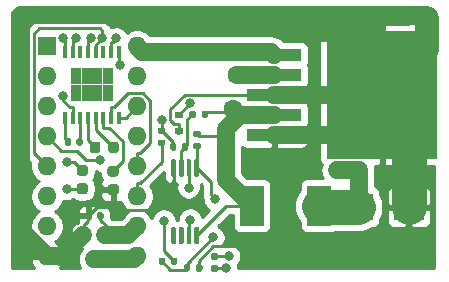
<source format=gbr>
%TF.GenerationSoftware,KiCad,Pcbnew,5.1.7-a382d34a8~88~ubuntu18.04.1*%
%TF.CreationDate,2021-05-09T09:36:21-04:00*%
%TF.ProjectId,salt_replacement,73616c74-5f72-4657-906c-6163656d656e,1.0.0*%
%TF.SameCoordinates,Original*%
%TF.FileFunction,Copper,L1,Top*%
%TF.FilePolarity,Positive*%
%FSLAX46Y46*%
G04 Gerber Fmt 4.6, Leading zero omitted, Abs format (unit mm)*
G04 Created by KiCad (PCBNEW 5.1.7-a382d34a8~88~ubuntu18.04.1) date 2021-05-09 09:36:21*
%MOMM*%
%LPD*%
G01*
G04 APERTURE LIST*
%TA.AperFunction,ComponentPad*%
%ADD10R,1.600000X1.600000*%
%TD*%
%TA.AperFunction,ComponentPad*%
%ADD11O,1.600000X1.600000*%
%TD*%
%TA.AperFunction,SMDPad,CuDef*%
%ADD12R,2.500000X2.300000*%
%TD*%
%TA.AperFunction,SMDPad,CuDef*%
%ADD13R,2.000000X3.400000*%
%TD*%
%TA.AperFunction,SMDPad,CuDef*%
%ADD14R,0.800000X0.900000*%
%TD*%
%TA.AperFunction,SMDPad,CuDef*%
%ADD15R,4.600000X1.100000*%
%TD*%
%TA.AperFunction,SMDPad,CuDef*%
%ADD16R,9.400000X10.800000*%
%TD*%
%TA.AperFunction,SMDPad,CuDef*%
%ADD17R,0.450000X1.050000*%
%TD*%
%TA.AperFunction,SMDPad,CuDef*%
%ADD18R,0.895000X1.470000*%
%TD*%
%TA.AperFunction,SMDPad,CuDef*%
%ADD19R,0.700000X0.600000*%
%TD*%
%TA.AperFunction,ViaPad*%
%ADD20C,0.800000*%
%TD*%
%TA.AperFunction,ViaPad*%
%ADD21C,1.600000*%
%TD*%
%TA.AperFunction,Conductor*%
%ADD22C,0.250000*%
%TD*%
%TA.AperFunction,Conductor*%
%ADD23C,1.500000*%
%TD*%
%TA.AperFunction,Conductor*%
%ADD24C,3.000000*%
%TD*%
%TA.AperFunction,Conductor*%
%ADD25C,2.000000*%
%TD*%
%TA.AperFunction,Conductor*%
%ADD26C,0.254000*%
%TD*%
%TA.AperFunction,Conductor*%
%ADD27C,0.100000*%
%TD*%
G04 APERTURE END LIST*
D10*
%TO.P,J1,1*%
%TO.N,Net-(J1-Pad1)*%
X111600000Y-111600000D03*
D11*
%TO.P,J1,9*%
%TO.N,Net-(J1-Pad9)*%
X119220000Y-129380000D03*
%TO.P,J1,2*%
%TO.N,Net-(J1-Pad2)*%
X111600000Y-114140000D03*
%TO.P,J1,10*%
%TO.N,Net-(J1-Pad10)*%
X119220000Y-126840000D03*
%TO.P,J1,3*%
%TO.N,+5V*%
X111600000Y-116680000D03*
%TO.P,J1,11*%
%TO.N,/CASSETTE_DATA_IN*%
X119220000Y-124300000D03*
%TO.P,J1,4*%
%TO.N,/SERIAL_IN_TTL*%
X111600000Y-119220000D03*
%TO.P,J1,12*%
%TO.N,/SERIAL_OUT_RS232*%
X119220000Y-121760000D03*
%TO.P,J1,5*%
%TO.N,/CD_IN_TTL*%
X111600000Y-121760000D03*
%TO.P,J1,13*%
%TO.N,/CD_IN_RS232*%
X119220000Y-119220000D03*
%TO.P,J1,6*%
%TO.N,/SERIAL_OUT_TTL*%
X111600000Y-124300000D03*
%TO.P,J1,14*%
%TO.N,/SERIAL_IN_RS232*%
X119220000Y-116680000D03*
%TO.P,J1,7*%
%TO.N,/CASSETTE_DATA_IN_TTL*%
X111600000Y-126840000D03*
%TO.P,J1,15*%
%TO.N,Net-(J1-Pad15)*%
X119220000Y-114140000D03*
%TO.P,J1,8*%
%TO.N,GND*%
X111600000Y-129380000D03*
%TO.P,J1,16*%
%TO.N,VCC*%
X119220000Y-111600000D03*
%TD*%
D12*
%TO.P,D1,1*%
%TO.N,Net-(D1-Pad1)*%
X137950000Y-125200000D03*
%TO.P,D1,2*%
%TO.N,GND*%
X142250000Y-125200000D03*
%TD*%
D13*
%TO.P,L1,1*%
%TO.N,Net-(D1-Pad1)*%
X134650000Y-125100000D03*
%TO.P,L1,2*%
%TO.N,+5V*%
X128950000Y-125100000D03*
%TD*%
D14*
%TO.P,Q1,1*%
%TO.N,Net-(J1-Pad10)*%
X116550000Y-127600000D03*
%TO.P,Q1,2*%
%TO.N,GND*%
X114650000Y-127600000D03*
%TO.P,Q1,3*%
%TO.N,Net-(J1-Pad9)*%
X115600000Y-129600000D03*
%TD*%
D15*
%TO.P,U1,1*%
%TO.N,VCC*%
X130825000Y-112300000D03*
%TO.P,U1,2*%
%TO.N,Net-(D1-Pad1)*%
X130825000Y-114000000D03*
%TO.P,U1,3*%
%TO.N,GND*%
X130825000Y-115700000D03*
%TO.P,U1,4*%
%TO.N,+5V*%
X130825000Y-117400000D03*
%TO.P,U1,5*%
%TO.N,GND*%
X130825000Y-119100000D03*
D16*
%TO.P,U1,3*%
X139975000Y-115700000D03*
%TD*%
D17*
%TO.P,U2,1*%
%TO.N,Net-(C6-Pad1)*%
X113125000Y-117625000D03*
%TO.P,U2,2*%
%TO.N,Net-(C8-Pad2)*%
X113775000Y-117625000D03*
%TO.P,U2,3*%
%TO.N,Net-(C6-Pad2)*%
X114425000Y-117625000D03*
%TO.P,U2,4*%
%TO.N,Net-(C7-Pad1)*%
X115075000Y-117625000D03*
%TO.P,U2,5*%
%TO.N,Net-(C7-Pad2)*%
X115725000Y-117625000D03*
%TO.P,U2,6*%
%TO.N,Net-(C9-Pad2)*%
X116375000Y-117625000D03*
%TO.P,U2,7*%
%TO.N,/SERIAL_OUT_RS232*%
X117025000Y-117625000D03*
%TO.P,U2,8*%
%TO.N,/SERIAL_IN_RS232*%
X117675000Y-117625000D03*
%TO.P,U2,9*%
%TO.N,/SERIAL_IN_TTL*%
X117675000Y-112075000D03*
%TO.P,U2,10*%
%TO.N,/SERIAL_OUT_TTL*%
X117025000Y-112075000D03*
%TO.P,U2,11*%
%TO.N,Net-(U2-Pad11)*%
X116375000Y-112075000D03*
%TO.P,U2,12*%
%TO.N,/CD_IN_TTL*%
X115725000Y-112075000D03*
%TO.P,U2,13*%
%TO.N,/CD_IN_RS232*%
X115075000Y-112075000D03*
%TO.P,U2,14*%
%TO.N,Net-(U2-Pad14)*%
X114425000Y-112075000D03*
%TO.P,U2,15*%
%TO.N,GND*%
X113775000Y-112075000D03*
%TO.P,U2,16*%
%TO.N,+5V*%
X113125000Y-112075000D03*
D18*
%TO.P,U2,17*%
%TO.N,N/C*%
X116742500Y-114115000D03*
X115847500Y-114115000D03*
X114952500Y-114115000D03*
X114057500Y-114115000D03*
X116742500Y-115585000D03*
X115847500Y-115585000D03*
X114952500Y-115585000D03*
X114057500Y-115585000D03*
%TD*%
%TO.P,C6,1*%
%TO.N,Net-(C6-Pad1)*%
%TA.AperFunction,SMDPad,CuDef*%
G36*
G01*
X113110000Y-119870000D02*
X113110000Y-119530000D01*
G75*
G02*
X113250000Y-119390000I140000J0D01*
G01*
X113530000Y-119390000D01*
G75*
G02*
X113670000Y-119530000I0J-140000D01*
G01*
X113670000Y-119870000D01*
G75*
G02*
X113530000Y-120010000I-140000J0D01*
G01*
X113250000Y-120010000D01*
G75*
G02*
X113110000Y-119870000I0J140000D01*
G01*
G37*
%TD.AperFunction*%
%TO.P,C6,2*%
%TO.N,Net-(C6-Pad2)*%
%TA.AperFunction,SMDPad,CuDef*%
G36*
G01*
X114070000Y-119870000D02*
X114070000Y-119530000D01*
G75*
G02*
X114210000Y-119390000I140000J0D01*
G01*
X114490000Y-119390000D01*
G75*
G02*
X114630000Y-119530000I0J-140000D01*
G01*
X114630000Y-119870000D01*
G75*
G02*
X114490000Y-120010000I-140000J0D01*
G01*
X114210000Y-120010000D01*
G75*
G02*
X114070000Y-119870000I0J140000D01*
G01*
G37*
%TD.AperFunction*%
%TD*%
%TO.P,C7,2*%
%TO.N,Net-(C7-Pad2)*%
%TA.AperFunction,SMDPad,CuDef*%
G36*
G01*
X116775000Y-120400000D02*
X116775000Y-119900000D01*
G75*
G02*
X117000000Y-119675000I225000J0D01*
G01*
X117450000Y-119675000D01*
G75*
G02*
X117675000Y-119900000I0J-225000D01*
G01*
X117675000Y-120400000D01*
G75*
G02*
X117450000Y-120625000I-225000J0D01*
G01*
X117000000Y-120625000D01*
G75*
G02*
X116775000Y-120400000I0J225000D01*
G01*
G37*
%TD.AperFunction*%
%TO.P,C7,1*%
%TO.N,Net-(C7-Pad1)*%
%TA.AperFunction,SMDPad,CuDef*%
G36*
G01*
X115225000Y-120400000D02*
X115225000Y-119900000D01*
G75*
G02*
X115450000Y-119675000I225000J0D01*
G01*
X115900000Y-119675000D01*
G75*
G02*
X116125000Y-119900000I0J-225000D01*
G01*
X116125000Y-120400000D01*
G75*
G02*
X115900000Y-120625000I-225000J0D01*
G01*
X115450000Y-120625000D01*
G75*
G02*
X115225000Y-120400000I0J225000D01*
G01*
G37*
%TD.AperFunction*%
%TD*%
%TO.P,C8,1*%
%TO.N,+5V*%
%TA.AperFunction,SMDPad,CuDef*%
G36*
G01*
X114850000Y-124100000D02*
X114350000Y-124100000D01*
G75*
G02*
X114125000Y-123875000I0J225000D01*
G01*
X114125000Y-123425000D01*
G75*
G02*
X114350000Y-123200000I225000J0D01*
G01*
X114850000Y-123200000D01*
G75*
G02*
X115075000Y-123425000I0J-225000D01*
G01*
X115075000Y-123875000D01*
G75*
G02*
X114850000Y-124100000I-225000J0D01*
G01*
G37*
%TD.AperFunction*%
%TO.P,C8,2*%
%TO.N,Net-(C8-Pad2)*%
%TA.AperFunction,SMDPad,CuDef*%
G36*
G01*
X114850000Y-122550000D02*
X114350000Y-122550000D01*
G75*
G02*
X114125000Y-122325000I0J225000D01*
G01*
X114125000Y-121875000D01*
G75*
G02*
X114350000Y-121650000I225000J0D01*
G01*
X114850000Y-121650000D01*
G75*
G02*
X115075000Y-121875000I0J-225000D01*
G01*
X115075000Y-122325000D01*
G75*
G02*
X114850000Y-122550000I-225000J0D01*
G01*
G37*
%TD.AperFunction*%
%TD*%
%TO.P,C9,1*%
%TO.N,GND*%
%TA.AperFunction,SMDPad,CuDef*%
G36*
G01*
X117450000Y-124175000D02*
X116950000Y-124175000D01*
G75*
G02*
X116725000Y-123950000I0J225000D01*
G01*
X116725000Y-123500000D01*
G75*
G02*
X116950000Y-123275000I225000J0D01*
G01*
X117450000Y-123275000D01*
G75*
G02*
X117675000Y-123500000I0J-225000D01*
G01*
X117675000Y-123950000D01*
G75*
G02*
X117450000Y-124175000I-225000J0D01*
G01*
G37*
%TD.AperFunction*%
%TO.P,C9,2*%
%TO.N,Net-(C9-Pad2)*%
%TA.AperFunction,SMDPad,CuDef*%
G36*
G01*
X117450000Y-122625000D02*
X116950000Y-122625000D01*
G75*
G02*
X116725000Y-122400000I0J225000D01*
G01*
X116725000Y-121950000D01*
G75*
G02*
X116950000Y-121725000I225000J0D01*
G01*
X117450000Y-121725000D01*
G75*
G02*
X117675000Y-121950000I0J-225000D01*
G01*
X117675000Y-122400000D01*
G75*
G02*
X117450000Y-122625000I-225000J0D01*
G01*
G37*
%TD.AperFunction*%
%TD*%
%TO.P,R2,1*%
%TO.N,Net-(J1-Pad10)*%
%TA.AperFunction,SMDPad,CuDef*%
G36*
G01*
X116390000Y-125765000D02*
X116390000Y-126135000D01*
G75*
G02*
X116255000Y-126270000I-135000J0D01*
G01*
X115985000Y-126270000D01*
G75*
G02*
X115850000Y-126135000I0J135000D01*
G01*
X115850000Y-125765000D01*
G75*
G02*
X115985000Y-125630000I135000J0D01*
G01*
X116255000Y-125630000D01*
G75*
G02*
X116390000Y-125765000I0J-135000D01*
G01*
G37*
%TD.AperFunction*%
%TO.P,R2,2*%
%TO.N,GND*%
%TA.AperFunction,SMDPad,CuDef*%
G36*
G01*
X115370000Y-125765000D02*
X115370000Y-126135000D01*
G75*
G02*
X115235000Y-126270000I-135000J0D01*
G01*
X114965000Y-126270000D01*
G75*
G02*
X114830000Y-126135000I0J135000D01*
G01*
X114830000Y-125765000D01*
G75*
G02*
X114965000Y-125630000I135000J0D01*
G01*
X115235000Y-125630000D01*
G75*
G02*
X115370000Y-125765000I0J-135000D01*
G01*
G37*
%TD.AperFunction*%
%TD*%
%TO.P,U3,1*%
%TO.N,/CASSETTE_DATA_IN_TTL*%
%TA.AperFunction,SMDPad,CuDef*%
G36*
G01*
X124175000Y-121150000D02*
X124375000Y-121150000D01*
G75*
G02*
X124475000Y-121250000I0J-100000D01*
G01*
X124475000Y-122525000D01*
G75*
G02*
X124375000Y-122625000I-100000J0D01*
G01*
X124175000Y-122625000D01*
G75*
G02*
X124075000Y-122525000I0J100000D01*
G01*
X124075000Y-121250000D01*
G75*
G02*
X124175000Y-121150000I100000J0D01*
G01*
G37*
%TD.AperFunction*%
%TO.P,U3,2*%
%TO.N,Net-(R3-Pad2)*%
%TA.AperFunction,SMDPad,CuDef*%
G36*
G01*
X123525000Y-121150000D02*
X123725000Y-121150000D01*
G75*
G02*
X123825000Y-121250000I0J-100000D01*
G01*
X123825000Y-122525000D01*
G75*
G02*
X123725000Y-122625000I-100000J0D01*
G01*
X123525000Y-122625000D01*
G75*
G02*
X123425000Y-122525000I0J100000D01*
G01*
X123425000Y-121250000D01*
G75*
G02*
X123525000Y-121150000I100000J0D01*
G01*
G37*
%TD.AperFunction*%
%TO.P,U3,3*%
%TO.N,Net-(R1-Pad2)*%
%TA.AperFunction,SMDPad,CuDef*%
G36*
G01*
X122875000Y-121150000D02*
X123075000Y-121150000D01*
G75*
G02*
X123175000Y-121250000I0J-100000D01*
G01*
X123175000Y-122525000D01*
G75*
G02*
X123075000Y-122625000I-100000J0D01*
G01*
X122875000Y-122625000D01*
G75*
G02*
X122775000Y-122525000I0J100000D01*
G01*
X122775000Y-121250000D01*
G75*
G02*
X122875000Y-121150000I100000J0D01*
G01*
G37*
%TD.AperFunction*%
%TO.P,U3,4*%
%TO.N,GND*%
%TA.AperFunction,SMDPad,CuDef*%
G36*
G01*
X122225000Y-121150000D02*
X122425000Y-121150000D01*
G75*
G02*
X122525000Y-121250000I0J-100000D01*
G01*
X122525000Y-122525000D01*
G75*
G02*
X122425000Y-122625000I-100000J0D01*
G01*
X122225000Y-122625000D01*
G75*
G02*
X122125000Y-122525000I0J100000D01*
G01*
X122125000Y-121250000D01*
G75*
G02*
X122225000Y-121150000I100000J0D01*
G01*
G37*
%TD.AperFunction*%
%TO.P,U3,5*%
%TO.N,Net-(U3-Pad5)*%
%TA.AperFunction,SMDPad,CuDef*%
G36*
G01*
X122225000Y-126875000D02*
X122425000Y-126875000D01*
G75*
G02*
X122525000Y-126975000I0J-100000D01*
G01*
X122525000Y-128250000D01*
G75*
G02*
X122425000Y-128350000I-100000J0D01*
G01*
X122225000Y-128350000D01*
G75*
G02*
X122125000Y-128250000I0J100000D01*
G01*
X122125000Y-126975000D01*
G75*
G02*
X122225000Y-126875000I100000J0D01*
G01*
G37*
%TD.AperFunction*%
%TO.P,U3,6*%
%TO.N,Net-(U3-Pad6)*%
%TA.AperFunction,SMDPad,CuDef*%
G36*
G01*
X122875000Y-126875000D02*
X123075000Y-126875000D01*
G75*
G02*
X123175000Y-126975000I0J-100000D01*
G01*
X123175000Y-128250000D01*
G75*
G02*
X123075000Y-128350000I-100000J0D01*
G01*
X122875000Y-128350000D01*
G75*
G02*
X122775000Y-128250000I0J100000D01*
G01*
X122775000Y-126975000D01*
G75*
G02*
X122875000Y-126875000I100000J0D01*
G01*
G37*
%TD.AperFunction*%
%TO.P,U3,7*%
%TO.N,Net-(U3-Pad7)*%
%TA.AperFunction,SMDPad,CuDef*%
G36*
G01*
X123525000Y-126875000D02*
X123725000Y-126875000D01*
G75*
G02*
X123825000Y-126975000I0J-100000D01*
G01*
X123825000Y-128250000D01*
G75*
G02*
X123725000Y-128350000I-100000J0D01*
G01*
X123525000Y-128350000D01*
G75*
G02*
X123425000Y-128250000I0J100000D01*
G01*
X123425000Y-126975000D01*
G75*
G02*
X123525000Y-126875000I100000J0D01*
G01*
G37*
%TD.AperFunction*%
%TO.P,U3,8*%
%TO.N,+5V*%
%TA.AperFunction,SMDPad,CuDef*%
G36*
G01*
X124175000Y-126875000D02*
X124375000Y-126875000D01*
G75*
G02*
X124475000Y-126975000I0J-100000D01*
G01*
X124475000Y-128250000D01*
G75*
G02*
X124375000Y-128350000I-100000J0D01*
G01*
X124175000Y-128350000D01*
G75*
G02*
X124075000Y-128250000I0J100000D01*
G01*
X124075000Y-126975000D01*
G75*
G02*
X124175000Y-126875000I100000J0D01*
G01*
G37*
%TD.AperFunction*%
%TD*%
D19*
%TO.P,D2,2*%
%TO.N,GND*%
X122750000Y-118800000D03*
%TO.P,D2,1*%
%TO.N,Net-(D2-Pad1)*%
X122750000Y-117400000D03*
%TD*%
%TO.P,R1,2*%
%TO.N,Net-(R1-Pad2)*%
%TA.AperFunction,SMDPad,CuDef*%
G36*
G01*
X124210000Y-117165000D02*
X124210000Y-117535000D01*
G75*
G02*
X124075000Y-117670000I-135000J0D01*
G01*
X123805000Y-117670000D01*
G75*
G02*
X123670000Y-117535000I0J135000D01*
G01*
X123670000Y-117165000D01*
G75*
G02*
X123805000Y-117030000I135000J0D01*
G01*
X124075000Y-117030000D01*
G75*
G02*
X124210000Y-117165000I0J-135000D01*
G01*
G37*
%TD.AperFunction*%
%TO.P,R1,1*%
%TO.N,+5V*%
%TA.AperFunction,SMDPad,CuDef*%
G36*
G01*
X125230000Y-117165000D02*
X125230000Y-117535000D01*
G75*
G02*
X125095000Y-117670000I-135000J0D01*
G01*
X124825000Y-117670000D01*
G75*
G02*
X124690000Y-117535000I0J135000D01*
G01*
X124690000Y-117165000D01*
G75*
G02*
X124825000Y-117030000I135000J0D01*
G01*
X125095000Y-117030000D01*
G75*
G02*
X125230000Y-117165000I0J-135000D01*
G01*
G37*
%TD.AperFunction*%
%TD*%
%TO.P,R3,1*%
%TO.N,+5V*%
%TA.AperFunction,SMDPad,CuDef*%
G36*
G01*
X125615000Y-129120000D02*
X125985000Y-129120000D01*
G75*
G02*
X126120000Y-129255000I0J-135000D01*
G01*
X126120000Y-129525000D01*
G75*
G02*
X125985000Y-129660000I-135000J0D01*
G01*
X125615000Y-129660000D01*
G75*
G02*
X125480000Y-129525000I0J135000D01*
G01*
X125480000Y-129255000D01*
G75*
G02*
X125615000Y-129120000I135000J0D01*
G01*
G37*
%TD.AperFunction*%
%TO.P,R3,2*%
%TO.N,Net-(R3-Pad2)*%
%TA.AperFunction,SMDPad,CuDef*%
G36*
G01*
X125615000Y-130140000D02*
X125985000Y-130140000D01*
G75*
G02*
X126120000Y-130275000I0J-135000D01*
G01*
X126120000Y-130545000D01*
G75*
G02*
X125985000Y-130680000I-135000J0D01*
G01*
X125615000Y-130680000D01*
G75*
G02*
X125480000Y-130545000I0J135000D01*
G01*
X125480000Y-130275000D01*
G75*
G02*
X125615000Y-130140000I135000J0D01*
G01*
G37*
%TD.AperFunction*%
%TD*%
%TO.P,R4,2*%
%TO.N,/CASSETTE_DATA_IN_TTL*%
%TA.AperFunction,SMDPad,CuDef*%
G36*
G01*
X124115000Y-119790000D02*
X124485000Y-119790000D01*
G75*
G02*
X124620000Y-119925000I0J-135000D01*
G01*
X124620000Y-120195000D01*
G75*
G02*
X124485000Y-120330000I-135000J0D01*
G01*
X124115000Y-120330000D01*
G75*
G02*
X123980000Y-120195000I0J135000D01*
G01*
X123980000Y-119925000D01*
G75*
G02*
X124115000Y-119790000I135000J0D01*
G01*
G37*
%TD.AperFunction*%
%TO.P,R4,1*%
%TO.N,+5V*%
%TA.AperFunction,SMDPad,CuDef*%
G36*
G01*
X124115000Y-118770000D02*
X124485000Y-118770000D01*
G75*
G02*
X124620000Y-118905000I0J-135000D01*
G01*
X124620000Y-119175000D01*
G75*
G02*
X124485000Y-119310000I-135000J0D01*
G01*
X124115000Y-119310000D01*
G75*
G02*
X123980000Y-119175000I0J135000D01*
G01*
X123980000Y-118905000D01*
G75*
G02*
X124115000Y-118770000I135000J0D01*
G01*
G37*
%TD.AperFunction*%
%TD*%
%TO.P,R5,1*%
%TO.N,Net-(D2-Pad1)*%
%TA.AperFunction,SMDPad,CuDef*%
G36*
G01*
X121115000Y-118470000D02*
X121485000Y-118470000D01*
G75*
G02*
X121620000Y-118605000I0J-135000D01*
G01*
X121620000Y-118875000D01*
G75*
G02*
X121485000Y-119010000I-135000J0D01*
G01*
X121115000Y-119010000D01*
G75*
G02*
X120980000Y-118875000I0J135000D01*
G01*
X120980000Y-118605000D01*
G75*
G02*
X121115000Y-118470000I135000J0D01*
G01*
G37*
%TD.AperFunction*%
%TO.P,R5,2*%
%TO.N,/CASSETTE_DATA_IN*%
%TA.AperFunction,SMDPad,CuDef*%
G36*
G01*
X121115000Y-119490000D02*
X121485000Y-119490000D01*
G75*
G02*
X121620000Y-119625000I0J-135000D01*
G01*
X121620000Y-119895000D01*
G75*
G02*
X121485000Y-120030000I-135000J0D01*
G01*
X121115000Y-120030000D01*
G75*
G02*
X120980000Y-119895000I0J135000D01*
G01*
X120980000Y-119625000D01*
G75*
G02*
X121115000Y-119490000I135000J0D01*
G01*
G37*
%TD.AperFunction*%
%TD*%
%TO.P,R6,1*%
%TO.N,Net-(R1-Pad2)*%
%TA.AperFunction,SMDPad,CuDef*%
G36*
G01*
X123580000Y-119915000D02*
X123580000Y-120285000D01*
G75*
G02*
X123445000Y-120420000I-135000J0D01*
G01*
X123175000Y-120420000D01*
G75*
G02*
X123040000Y-120285000I0J135000D01*
G01*
X123040000Y-119915000D01*
G75*
G02*
X123175000Y-119780000I135000J0D01*
G01*
X123445000Y-119780000D01*
G75*
G02*
X123580000Y-119915000I0J-135000D01*
G01*
G37*
%TD.AperFunction*%
%TO.P,R6,2*%
%TO.N,Net-(D2-Pad1)*%
%TA.AperFunction,SMDPad,CuDef*%
G36*
G01*
X122560000Y-119915000D02*
X122560000Y-120285000D01*
G75*
G02*
X122425000Y-120420000I-135000J0D01*
G01*
X122155000Y-120420000D01*
G75*
G02*
X122020000Y-120285000I0J135000D01*
G01*
X122020000Y-119915000D01*
G75*
G02*
X122155000Y-119780000I135000J0D01*
G01*
X122425000Y-119780000D01*
G75*
G02*
X122560000Y-119915000I0J-135000D01*
G01*
G37*
%TD.AperFunction*%
%TD*%
%TO.P,R7,2*%
%TO.N,Net-(R3-Pad2)*%
%TA.AperFunction,SMDPad,CuDef*%
G36*
G01*
X121610000Y-129615000D02*
X121610000Y-129985000D01*
G75*
G02*
X121475000Y-130120000I-135000J0D01*
G01*
X121205000Y-130120000D01*
G75*
G02*
X121070000Y-129985000I0J135000D01*
G01*
X121070000Y-129615000D01*
G75*
G02*
X121205000Y-129480000I135000J0D01*
G01*
X121475000Y-129480000D01*
G75*
G02*
X121610000Y-129615000I0J-135000D01*
G01*
G37*
%TD.AperFunction*%
%TO.P,R7,1*%
%TO.N,/CASSETTE_DATA_IN_TTL*%
%TA.AperFunction,SMDPad,CuDef*%
G36*
G01*
X122630000Y-129615000D02*
X122630000Y-129985000D01*
G75*
G02*
X122495000Y-130120000I-135000J0D01*
G01*
X122225000Y-130120000D01*
G75*
G02*
X122090000Y-129985000I0J135000D01*
G01*
X122090000Y-129615000D01*
G75*
G02*
X122225000Y-129480000I135000J0D01*
G01*
X122495000Y-129480000D01*
G75*
G02*
X122630000Y-129615000I0J-135000D01*
G01*
G37*
%TD.AperFunction*%
%TD*%
%TO.P,R8,2*%
%TO.N,GND*%
%TA.AperFunction,SMDPad,CuDef*%
G36*
G01*
X124190000Y-130535000D02*
X124190000Y-130165000D01*
G75*
G02*
X124325000Y-130030000I135000J0D01*
G01*
X124595000Y-130030000D01*
G75*
G02*
X124730000Y-130165000I0J-135000D01*
G01*
X124730000Y-130535000D01*
G75*
G02*
X124595000Y-130670000I-135000J0D01*
G01*
X124325000Y-130670000D01*
G75*
G02*
X124190000Y-130535000I0J135000D01*
G01*
G37*
%TD.AperFunction*%
%TO.P,R8,1*%
%TO.N,Net-(R3-Pad2)*%
%TA.AperFunction,SMDPad,CuDef*%
G36*
G01*
X123170000Y-130535000D02*
X123170000Y-130165000D01*
G75*
G02*
X123305000Y-130030000I135000J0D01*
G01*
X123575000Y-130030000D01*
G75*
G02*
X123710000Y-130165000I0J-135000D01*
G01*
X123710000Y-130535000D01*
G75*
G02*
X123575000Y-130670000I-135000J0D01*
G01*
X123305000Y-130670000D01*
G75*
G02*
X123170000Y-130535000I0J135000D01*
G01*
G37*
%TD.AperFunction*%
%TD*%
D20*
%TO.N,+5V*%
X127010400Y-129364300D03*
X113261400Y-123666900D03*
D21*
X127375000Y-116875000D03*
D20*
X113000040Y-110850000D03*
%TO.N,GND*%
X116100000Y-123650000D03*
X114100000Y-110850000D03*
X128474990Y-108975010D03*
X126324990Y-108975010D03*
X123924990Y-108975010D03*
X134274990Y-108975010D03*
X138924990Y-108975010D03*
X131424990Y-108975010D03*
X122874990Y-108975010D03*
X142250000Y-122300000D03*
X143450000Y-129600000D03*
X140450000Y-129700000D03*
X137150000Y-129650000D03*
X133600000Y-129750000D03*
%TO.N,/SERIAL_IN_TTL*%
X116126600Y-121244500D03*
X117803000Y-113205200D03*
%TO.N,/CD_IN_TTL*%
X116297668Y-110853255D03*
%TO.N,/CD_IN_RS232*%
X115295675Y-110856946D03*
%TO.N,/SERIAL_OUT_TTL*%
X117468000Y-110929600D03*
%TO.N,Net-(D1-Pad1)*%
X138000000Y-122100000D03*
X137100000Y-122100000D03*
X136150000Y-122100000D03*
D21*
X127700000Y-114000000D03*
D20*
%TO.N,Net-(C8-Pad2)*%
X113262100Y-121385400D03*
X112978100Y-115762900D03*
%TO.N,Net-(D2-Pad1)*%
X121300000Y-117861700D03*
X123722800Y-116427200D03*
%TO.N,/CASSETTE_DATA_IN_TTL*%
X121500000Y-126350000D03*
X125850000Y-124550000D03*
%TO.N,Net-(R3-Pad2)*%
X126756200Y-130377100D03*
X125687900Y-127780800D03*
X123600000Y-123550000D03*
%TO.N,Net-(U3-Pad7)*%
X123724900Y-126270900D03*
%TD*%
D22*
%TO.N,+5V*%
X127010400Y-129364300D02*
X125825700Y-129364300D01*
X125825700Y-129364300D02*
X125800000Y-129390000D01*
X113261400Y-123666900D02*
X114583100Y-123666900D01*
X114583100Y-123666900D02*
X114600000Y-123650000D01*
X128950000Y-125100000D02*
X126787500Y-125100000D01*
X126787500Y-125100000D02*
X124275000Y-127612500D01*
X127637500Y-117137500D02*
X125172500Y-117137500D01*
X125172500Y-117137500D02*
X124960000Y-117350000D01*
D23*
X127637500Y-117137500D02*
X127375000Y-116875000D01*
X127965000Y-117400000D02*
X127900000Y-117400000D01*
X127900000Y-117400000D02*
X127637500Y-117137500D01*
D22*
X126750000Y-119152200D02*
X124412200Y-119152200D01*
X124412200Y-119152200D02*
X124300000Y-119040000D01*
D23*
X126750000Y-119152200D02*
X126750000Y-122900000D01*
X126750000Y-122900000D02*
X128950000Y-125100000D01*
X127965000Y-117400000D02*
X126750000Y-118615000D01*
X126750000Y-118615000D02*
X126750000Y-119152200D01*
X130825000Y-117400000D02*
X127965000Y-117400000D01*
D22*
X113125000Y-112075000D02*
X113125000Y-110974960D01*
X113125000Y-110974960D02*
X113000040Y-110850000D01*
%TO.N,GND*%
X124460000Y-130350000D02*
X124460000Y-129745800D01*
X124460000Y-129745800D02*
X125699700Y-128506100D01*
X125699700Y-128506100D02*
X140419200Y-128506100D01*
X140419200Y-128506100D02*
X142250000Y-126675300D01*
X142250000Y-125200000D02*
X142250000Y-126675300D01*
X120177900Y-125465400D02*
X122325000Y-123318300D01*
X122325000Y-123318300D02*
X122325000Y-121887500D01*
X122750000Y-118800000D02*
X122750000Y-118174700D01*
X130825000Y-115700000D02*
X123271300Y-115700000D01*
X123271300Y-115700000D02*
X122049200Y-116922100D01*
X122049200Y-116922100D02*
X122049200Y-117864700D01*
X122049200Y-117864700D02*
X122359200Y-118174700D01*
X122359200Y-118174700D02*
X122750000Y-118174700D01*
D23*
X130825000Y-115700000D02*
X139975000Y-115700000D01*
D22*
X117200000Y-125200100D02*
X117465300Y-125465400D01*
X117465300Y-125465400D02*
X120177900Y-125465400D01*
X115100000Y-125950000D02*
X115849900Y-125200100D01*
X115849900Y-125200100D02*
X117200000Y-125200100D01*
X117200000Y-125200100D02*
X117200000Y-123725000D01*
X114650000Y-126824700D02*
X115100000Y-126374700D01*
X115100000Y-126374700D02*
X115100000Y-125950000D01*
X114650000Y-127600000D02*
X114650000Y-126824700D01*
D23*
X114650000Y-127600000D02*
X112800000Y-129450000D01*
X112800000Y-129450000D02*
X112730000Y-129380000D01*
X112730000Y-129380000D02*
X111600000Y-129380000D01*
X130825000Y-119100000D02*
X136575000Y-119100000D01*
X136575000Y-119100000D02*
X139975000Y-115700000D01*
D24*
X142250000Y-125200000D02*
X142250000Y-122300000D01*
X142250000Y-117975000D02*
X139975000Y-115700000D01*
D25*
X143775000Y-111900000D02*
X139975000Y-115700000D01*
X143775000Y-109225010D02*
X143775000Y-111900000D01*
D23*
X109374990Y-108975010D02*
X122874990Y-108975010D01*
X109374990Y-127154990D02*
X109374990Y-108975010D01*
X143525000Y-108975010D02*
X143775000Y-109225010D01*
X111600000Y-129380000D02*
X109374990Y-127154990D01*
D22*
X113775000Y-111175000D02*
X114100000Y-110850000D01*
X113775000Y-112075000D02*
X113775000Y-111175000D01*
X116175000Y-123725000D02*
X116100000Y-123650000D01*
X117200000Y-123725000D02*
X116175000Y-123725000D01*
D23*
X128474990Y-108975010D02*
X131424990Y-108975010D01*
X126324990Y-108975010D02*
X128474990Y-108975010D01*
X123924990Y-108975010D02*
X126324990Y-108975010D01*
X134274990Y-108975010D02*
X138924990Y-108975010D01*
X138924990Y-108975010D02*
X143525000Y-108975010D01*
X131424990Y-108975010D02*
X134274990Y-108975010D01*
X122874990Y-108975010D02*
X123924990Y-108975010D01*
D24*
X142250000Y-122300000D02*
X142250000Y-117975000D01*
X137524990Y-109725010D02*
X134274990Y-109725010D01*
X139975000Y-115700000D02*
X139975000Y-112175020D01*
X139975000Y-112175020D02*
X137524990Y-109725010D01*
D22*
%TO.N,Net-(C6-Pad1)*%
X113125000Y-117625000D02*
X113125000Y-119435000D01*
X113125000Y-119435000D02*
X113390000Y-119700000D01*
%TO.N,Net-(C6-Pad2)*%
X114350000Y-119700000D02*
X114425000Y-119625000D01*
X114425000Y-119625000D02*
X114425000Y-117625000D01*
%TO.N,Net-(C7-Pad2)*%
X117225000Y-120150000D02*
X115725000Y-118650000D01*
X115725000Y-118650000D02*
X115725000Y-117625000D01*
%TO.N,Net-(C7-Pad1)*%
X115675000Y-120150000D02*
X115075000Y-119550000D01*
X115075000Y-119550000D02*
X115075000Y-117625000D01*
%TO.N,Net-(C9-Pad2)*%
X116375000Y-117625000D02*
X116375000Y-118475300D01*
X117200000Y-122175000D02*
X118039600Y-121335400D01*
X118039600Y-121335400D02*
X118039600Y-119649100D01*
X118039600Y-119649100D02*
X116865800Y-118475300D01*
X116865800Y-118475300D02*
X116375000Y-118475300D01*
D23*
%TO.N,Net-(J1-Pad9)*%
X115600000Y-129600000D02*
X119000000Y-129600000D01*
X119000000Y-129600000D02*
X119220000Y-129380000D01*
D22*
%TO.N,Net-(J1-Pad10)*%
X117435000Y-127600000D02*
X116120000Y-126285000D01*
X116120000Y-126285000D02*
X116120000Y-125950000D01*
D23*
X117435000Y-127600000D02*
X118460000Y-127600000D01*
X118460000Y-127600000D02*
X119220000Y-126840000D01*
X116550000Y-127600000D02*
X117435000Y-127600000D01*
D22*
%TO.N,/SERIAL_IN_TTL*%
X117675000Y-112925300D02*
X117803000Y-113053300D01*
X117803000Y-113053300D02*
X117803000Y-113205200D01*
X117675000Y-112075000D02*
X117675000Y-112925300D01*
X116126600Y-121244500D02*
X114925100Y-121244500D01*
X114925100Y-121244500D02*
X114130500Y-120449900D01*
X114130500Y-120449900D02*
X112829900Y-120449900D01*
X112829900Y-120449900D02*
X111600000Y-119220000D01*
%TO.N,/SERIAL_OUT_RS232*%
X119220000Y-121760000D02*
X119220000Y-120634700D01*
X117025000Y-117625000D02*
X117025000Y-116774700D01*
X117025000Y-116774700D02*
X117255400Y-116774700D01*
X117255400Y-116774700D02*
X118489500Y-115540600D01*
X118489500Y-115540600D02*
X119697800Y-115540600D01*
X119697800Y-115540600D02*
X120345300Y-116188100D01*
X120345300Y-116188100D02*
X120345300Y-119790800D01*
X120345300Y-119790800D02*
X119501400Y-120634700D01*
X119501400Y-120634700D02*
X119220000Y-120634700D01*
%TO.N,/CD_IN_TTL*%
X111600000Y-121760000D02*
X110474999Y-120634999D01*
X116297668Y-110287570D02*
X116297668Y-110853255D01*
X115725000Y-112075000D02*
X115725000Y-111500625D01*
X110474999Y-110539999D02*
X110952500Y-110062498D01*
X116297668Y-110927957D02*
X116297668Y-110853255D01*
X110474999Y-120634999D02*
X110474999Y-110539999D01*
X110952500Y-110062498D02*
X116072596Y-110062498D01*
X115725000Y-111500625D02*
X116297668Y-110927957D01*
X116072596Y-110062498D02*
X116297668Y-110287570D01*
%TO.N,/CD_IN_RS232*%
X115075000Y-112075000D02*
X115075000Y-111077621D01*
X115075000Y-111077621D02*
X115295675Y-110856946D01*
%TO.N,/SERIAL_OUT_TTL*%
X117025000Y-112075000D02*
X117025000Y-111224700D01*
X117025000Y-111224700D02*
X117172900Y-111224700D01*
X117172900Y-111224700D02*
X117468000Y-110929600D01*
%TO.N,/SERIAL_IN_RS232*%
X117675000Y-117625000D02*
X118275000Y-117625000D01*
X118275000Y-117625000D02*
X119220000Y-116680000D01*
D23*
%TO.N,VCC*%
X119670002Y-112050002D02*
X130575002Y-112050002D01*
X130575002Y-112050002D02*
X130825000Y-112300000D01*
X119220000Y-111600000D02*
X119670002Y-112050002D01*
%TO.N,Net-(D1-Pad1)*%
X137100000Y-122100000D02*
X138000000Y-122100000D01*
X136150000Y-122100000D02*
X137100000Y-122100000D01*
X138000000Y-122100000D02*
X138000000Y-125150000D01*
X138000000Y-125150000D02*
X137950000Y-125200000D01*
X130825000Y-114000000D02*
X127700000Y-114000000D01*
D24*
X137950000Y-125200000D02*
X134750000Y-125200000D01*
X134750000Y-125200000D02*
X134650000Y-125100000D01*
D22*
%TO.N,Net-(C8-Pad2)*%
X113775000Y-116774700D02*
X113544600Y-116774700D01*
X113544600Y-116774700D02*
X112978100Y-116208200D01*
X112978100Y-116208200D02*
X112978100Y-115762900D01*
X113775000Y-117625000D02*
X113775000Y-116774700D01*
X113262100Y-121385400D02*
X113885400Y-121385400D01*
X113885400Y-121385400D02*
X114600000Y-122100000D01*
%TO.N,Net-(D2-Pad1)*%
X122750000Y-117400000D02*
X123722800Y-116427200D01*
X121300000Y-118740000D02*
X121300000Y-117861700D01*
X121300000Y-118740000D02*
X122290000Y-119730000D01*
X122290000Y-119730000D02*
X122290000Y-120100000D01*
%TO.N,/CASSETTE_DATA_IN*%
X121300000Y-119760000D02*
X121300000Y-121376000D01*
X121300000Y-121376000D02*
X119501300Y-123174700D01*
X119501300Y-123174700D02*
X119220000Y-123174700D01*
X119220000Y-124300000D02*
X119220000Y-123174700D01*
%TO.N,/CASSETTE_DATA_IN_TTL*%
X122360000Y-129800000D02*
X121500000Y-128940000D01*
X121500000Y-128940000D02*
X121500000Y-126350000D01*
X121500000Y-126350000D02*
X121500000Y-126350000D01*
X125450001Y-123062501D02*
X124275000Y-121887500D01*
X125450001Y-124150001D02*
X125450001Y-123062501D01*
X125850000Y-124550000D02*
X125450001Y-124150001D01*
X124300000Y-121862500D02*
X124275000Y-121887500D01*
X124300000Y-120060000D02*
X124300000Y-121862500D01*
%TO.N,Net-(R1-Pad2)*%
X123940000Y-117350000D02*
X123500800Y-117789200D01*
X123500800Y-117789200D02*
X123500800Y-119909200D01*
X123500800Y-119909200D02*
X123310000Y-120100000D01*
X122975000Y-120435000D02*
X123310000Y-120100000D01*
X122975000Y-121887500D02*
X122975000Y-120435000D01*
%TO.N,Net-(R3-Pad2)*%
X123440000Y-130350000D02*
X123440000Y-130028700D01*
X123440000Y-130028700D02*
X125687900Y-127780800D01*
X121340000Y-129800000D02*
X122047300Y-130507300D01*
X122047300Y-130507300D02*
X123282700Y-130507300D01*
X123282700Y-130507300D02*
X123440000Y-130350000D01*
X126756200Y-130377100D02*
X125832900Y-130377100D01*
X125832900Y-130377100D02*
X125800000Y-130410000D01*
X123600000Y-121912500D02*
X123625000Y-121887500D01*
X123600000Y-123550000D02*
X123600000Y-121912500D01*
%TO.N,Net-(U3-Pad7)*%
X123625000Y-127612500D02*
X123625000Y-126370800D01*
X123625000Y-126370800D02*
X123724900Y-126270900D01*
%TD*%
D26*
%TO.N,GND*%
X144340000Y-109662161D02*
X140260750Y-109665000D01*
X140102000Y-109823750D01*
X140102000Y-115573000D01*
X140122000Y-115573000D01*
X140122000Y-115827000D01*
X140102000Y-115827000D01*
X140102000Y-121576250D01*
X140260750Y-121735000D01*
X144340001Y-121737839D01*
X144340001Y-130340000D01*
X127791200Y-130340000D01*
X127791200Y-130275161D01*
X127753381Y-130085030D01*
X127814337Y-130024074D01*
X127927605Y-129854556D01*
X128005626Y-129666198D01*
X128045400Y-129466239D01*
X128045400Y-129262361D01*
X128005626Y-129062402D01*
X127927605Y-128874044D01*
X127814337Y-128704526D01*
X127670174Y-128560363D01*
X127500656Y-128447095D01*
X127312298Y-128369074D01*
X127112339Y-128329300D01*
X126908461Y-128329300D01*
X126708502Y-128369074D01*
X126520144Y-128447095D01*
X126415184Y-128517227D01*
X126491837Y-128440574D01*
X126605105Y-128271056D01*
X126683126Y-128082698D01*
X126722900Y-127882739D01*
X126722900Y-127678861D01*
X126683126Y-127478902D01*
X126605105Y-127290544D01*
X126491837Y-127121026D01*
X126347674Y-126976863D01*
X126178156Y-126863595D01*
X126121977Y-126840325D01*
X127102302Y-125860000D01*
X127311928Y-125860000D01*
X127311928Y-126800000D01*
X127324188Y-126924482D01*
X127360498Y-127044180D01*
X127419463Y-127154494D01*
X127498815Y-127251185D01*
X127595506Y-127330537D01*
X127705820Y-127389502D01*
X127825518Y-127425812D01*
X127950000Y-127438072D01*
X129950000Y-127438072D01*
X130074482Y-127425812D01*
X130194180Y-127389502D01*
X130304494Y-127330537D01*
X130401185Y-127251185D01*
X130480537Y-127154494D01*
X130539502Y-127044180D01*
X130575812Y-126924482D01*
X130588072Y-126800000D01*
X130588072Y-125100000D01*
X132504671Y-125100000D01*
X132545893Y-125518533D01*
X132667975Y-125920982D01*
X132866224Y-126291881D01*
X133011928Y-126469422D01*
X133011928Y-126800000D01*
X133024188Y-126924482D01*
X133060498Y-127044180D01*
X133119463Y-127154494D01*
X133198815Y-127251185D01*
X133295506Y-127330537D01*
X133405820Y-127389502D01*
X133525518Y-127425812D01*
X133650000Y-127438072D01*
X135650000Y-127438072D01*
X135774482Y-127425812D01*
X135894180Y-127389502D01*
X135996144Y-127335000D01*
X138054882Y-127335000D01*
X138368533Y-127304108D01*
X138770982Y-127182026D01*
X139133846Y-126988072D01*
X139200000Y-126988072D01*
X139324482Y-126975812D01*
X139444180Y-126939502D01*
X139554494Y-126880537D01*
X139651185Y-126801185D01*
X139730537Y-126704494D01*
X139789502Y-126594180D01*
X139825812Y-126474482D01*
X139838072Y-126350000D01*
X140361928Y-126350000D01*
X140374188Y-126474482D01*
X140410498Y-126594180D01*
X140469463Y-126704494D01*
X140548815Y-126801185D01*
X140645506Y-126880537D01*
X140755820Y-126939502D01*
X140875518Y-126975812D01*
X141000000Y-126988072D01*
X141964250Y-126985000D01*
X142123000Y-126826250D01*
X142123000Y-125327000D01*
X142377000Y-125327000D01*
X142377000Y-126826250D01*
X142535750Y-126985000D01*
X143500000Y-126988072D01*
X143624482Y-126975812D01*
X143744180Y-126939502D01*
X143854494Y-126880537D01*
X143951185Y-126801185D01*
X144030537Y-126704494D01*
X144089502Y-126594180D01*
X144125812Y-126474482D01*
X144138072Y-126350000D01*
X144135000Y-125485750D01*
X143976250Y-125327000D01*
X142377000Y-125327000D01*
X142123000Y-125327000D01*
X140523750Y-125327000D01*
X140365000Y-125485750D01*
X140361928Y-126350000D01*
X139838072Y-126350000D01*
X139838072Y-126196758D01*
X139932026Y-126020982D01*
X140054108Y-125618533D01*
X140095330Y-125200000D01*
X140054108Y-124781467D01*
X139932026Y-124379018D01*
X139838072Y-124203242D01*
X139838072Y-124050000D01*
X140361928Y-124050000D01*
X140365000Y-124914250D01*
X140523750Y-125073000D01*
X142123000Y-125073000D01*
X142123000Y-123573750D01*
X142377000Y-123573750D01*
X142377000Y-125073000D01*
X143976250Y-125073000D01*
X144135000Y-124914250D01*
X144138072Y-124050000D01*
X144125812Y-123925518D01*
X144089502Y-123805820D01*
X144030537Y-123695506D01*
X143951185Y-123598815D01*
X143854494Y-123519463D01*
X143744180Y-123460498D01*
X143624482Y-123424188D01*
X143500000Y-123411928D01*
X142535750Y-123415000D01*
X142377000Y-123573750D01*
X142123000Y-123573750D01*
X141964250Y-123415000D01*
X141000000Y-123411928D01*
X140875518Y-123424188D01*
X140755820Y-123460498D01*
X140645506Y-123519463D01*
X140548815Y-123598815D01*
X140469463Y-123695506D01*
X140410498Y-123805820D01*
X140374188Y-123925518D01*
X140361928Y-124050000D01*
X139838072Y-124050000D01*
X139825812Y-123925518D01*
X139789502Y-123805820D01*
X139730537Y-123695506D01*
X139651185Y-123598815D01*
X139554494Y-123519463D01*
X139444180Y-123460498D01*
X139385000Y-123442546D01*
X139385000Y-122168037D01*
X139391701Y-122100000D01*
X139364960Y-121828493D01*
X139336674Y-121735245D01*
X139689250Y-121735000D01*
X139848000Y-121576250D01*
X139848000Y-115827000D01*
X134798750Y-115827000D01*
X134640000Y-115985750D01*
X134636928Y-121100000D01*
X134649188Y-121224482D01*
X134685498Y-121344180D01*
X134744463Y-121454494D01*
X134823815Y-121551185D01*
X134860122Y-121580981D01*
X134785040Y-121828493D01*
X134758299Y-122100000D01*
X134785040Y-122371507D01*
X134864236Y-122632581D01*
X134933373Y-122761928D01*
X133650000Y-122761928D01*
X133525518Y-122774188D01*
X133405820Y-122810498D01*
X133295506Y-122869463D01*
X133198815Y-122948815D01*
X133119463Y-123045506D01*
X133060498Y-123155820D01*
X133024188Y-123275518D01*
X133011928Y-123400000D01*
X133011928Y-123730578D01*
X132866224Y-123908119D01*
X132667975Y-124279018D01*
X132545893Y-124681467D01*
X132504671Y-125100000D01*
X130588072Y-125100000D01*
X130588072Y-123400000D01*
X130575812Y-123275518D01*
X130539502Y-123155820D01*
X130480537Y-123045506D01*
X130401185Y-122948815D01*
X130304494Y-122869463D01*
X130194180Y-122810498D01*
X130074482Y-122774188D01*
X129950000Y-122761928D01*
X128570613Y-122761928D01*
X128135000Y-122326315D01*
X128135000Y-120151398D01*
X128170506Y-120180537D01*
X128280820Y-120239502D01*
X128400518Y-120275812D01*
X128525000Y-120288072D01*
X130539250Y-120285000D01*
X130698000Y-120126250D01*
X130698000Y-119227000D01*
X130952000Y-119227000D01*
X130952000Y-120126250D01*
X131110750Y-120285000D01*
X133125000Y-120288072D01*
X133249482Y-120275812D01*
X133369180Y-120239502D01*
X133479494Y-120180537D01*
X133576185Y-120101185D01*
X133655537Y-120004494D01*
X133714502Y-119894180D01*
X133750812Y-119774482D01*
X133763072Y-119650000D01*
X133760000Y-119385750D01*
X133601250Y-119227000D01*
X130952000Y-119227000D01*
X130698000Y-119227000D01*
X130678000Y-119227000D01*
X130678000Y-118973000D01*
X130698000Y-118973000D01*
X130698000Y-118953000D01*
X130952000Y-118953000D01*
X130952000Y-118973000D01*
X133601250Y-118973000D01*
X133760000Y-118814250D01*
X133763072Y-118550000D01*
X133750812Y-118425518D01*
X133714502Y-118305820D01*
X133684665Y-118250000D01*
X133714502Y-118194180D01*
X133750812Y-118074482D01*
X133763072Y-117950000D01*
X133763072Y-116850000D01*
X133750812Y-116725518D01*
X133714502Y-116605820D01*
X133684665Y-116550000D01*
X133714502Y-116494180D01*
X133750812Y-116374482D01*
X133763072Y-116250000D01*
X133760000Y-115985750D01*
X133601250Y-115827000D01*
X130952000Y-115827000D01*
X130952000Y-115847000D01*
X130698000Y-115847000D01*
X130698000Y-115827000D01*
X130678000Y-115827000D01*
X130678000Y-115573000D01*
X130698000Y-115573000D01*
X130698000Y-115553000D01*
X130952000Y-115553000D01*
X130952000Y-115573000D01*
X133601250Y-115573000D01*
X133760000Y-115414250D01*
X133763072Y-115150000D01*
X133750812Y-115025518D01*
X133714502Y-114905820D01*
X133684665Y-114850000D01*
X133714502Y-114794180D01*
X133750812Y-114674482D01*
X133763072Y-114550000D01*
X133763072Y-113450000D01*
X133750812Y-113325518D01*
X133714502Y-113205820D01*
X133684665Y-113150000D01*
X133714502Y-113094180D01*
X133750812Y-112974482D01*
X133763072Y-112850000D01*
X133763072Y-111750000D01*
X133750812Y-111625518D01*
X133714502Y-111505820D01*
X133655537Y-111395506D01*
X133576185Y-111298815D01*
X133479494Y-111219463D01*
X133369180Y-111160498D01*
X133249482Y-111124188D01*
X133125000Y-111111928D01*
X131596840Y-111111928D01*
X131559083Y-111065921D01*
X131348190Y-110892845D01*
X131107583Y-110764238D01*
X130846509Y-110685042D01*
X130643039Y-110665002D01*
X130643031Y-110665002D01*
X130575002Y-110658302D01*
X130506973Y-110665002D01*
X120314398Y-110665002D01*
X120134759Y-110485363D01*
X119899727Y-110328320D01*
X119831357Y-110300000D01*
X134636928Y-110300000D01*
X134640000Y-115414250D01*
X134798750Y-115573000D01*
X139848000Y-115573000D01*
X139848000Y-109823750D01*
X139689250Y-109665000D01*
X135275000Y-109661928D01*
X135150518Y-109674188D01*
X135030820Y-109710498D01*
X134920506Y-109769463D01*
X134823815Y-109848815D01*
X134744463Y-109945506D01*
X134685498Y-110055820D01*
X134649188Y-110175518D01*
X134636928Y-110300000D01*
X119831357Y-110300000D01*
X119638574Y-110220147D01*
X119361335Y-110165000D01*
X119078665Y-110165000D01*
X118801426Y-110220147D01*
X118540273Y-110328320D01*
X118381782Y-110434220D01*
X118271937Y-110269826D01*
X118127774Y-110125663D01*
X117958256Y-110012395D01*
X117769898Y-109934374D01*
X117569939Y-109894600D01*
X117366061Y-109894600D01*
X117166102Y-109934374D01*
X117004972Y-110001117D01*
X117003214Y-109995323D01*
X116932642Y-109863294D01*
X116837669Y-109747569D01*
X116808666Y-109723767D01*
X116636400Y-109551501D01*
X116612597Y-109522497D01*
X116496872Y-109427524D01*
X116364843Y-109356952D01*
X116221582Y-109313495D01*
X116109929Y-109302498D01*
X116109918Y-109302498D01*
X116072596Y-109298822D01*
X116035274Y-109302498D01*
X110989822Y-109302498D01*
X110952499Y-109298822D01*
X110915176Y-109302498D01*
X110915167Y-109302498D01*
X110803514Y-109313495D01*
X110660253Y-109356952D01*
X110528224Y-109427524D01*
X110412499Y-109522497D01*
X110388700Y-109551496D01*
X109963997Y-109976200D01*
X109934999Y-109999998D01*
X109911201Y-110028996D01*
X109911200Y-110028997D01*
X109840025Y-110115723D01*
X109769453Y-110247753D01*
X109748465Y-110316945D01*
X109725997Y-110391013D01*
X109718739Y-110464700D01*
X109711323Y-110539999D01*
X109715000Y-110577331D01*
X109714999Y-120597677D01*
X109711323Y-120634999D01*
X109714999Y-120672321D01*
X109714999Y-120672331D01*
X109725996Y-120783984D01*
X109760886Y-120899002D01*
X109769453Y-120927245D01*
X109840025Y-121059275D01*
X109878379Y-121106009D01*
X109934998Y-121175000D01*
X109964001Y-121198803D01*
X110201312Y-121436113D01*
X110165000Y-121618665D01*
X110165000Y-121901335D01*
X110220147Y-122178574D01*
X110328320Y-122439727D01*
X110485363Y-122674759D01*
X110685241Y-122874637D01*
X110917759Y-123030000D01*
X110685241Y-123185363D01*
X110485363Y-123385241D01*
X110328320Y-123620273D01*
X110220147Y-123881426D01*
X110165000Y-124158665D01*
X110165000Y-124441335D01*
X110220147Y-124718574D01*
X110328320Y-124979727D01*
X110485363Y-125214759D01*
X110685241Y-125414637D01*
X110917759Y-125570000D01*
X110685241Y-125725363D01*
X110485363Y-125925241D01*
X110328320Y-126160273D01*
X110220147Y-126421426D01*
X110165000Y-126698665D01*
X110165000Y-126981335D01*
X110220147Y-127258574D01*
X110328320Y-127519727D01*
X110485363Y-127754759D01*
X110685241Y-127954637D01*
X110920273Y-128111680D01*
X110930865Y-128116067D01*
X110744869Y-128227615D01*
X110536481Y-128416586D01*
X110368963Y-128642580D01*
X110248754Y-128896913D01*
X110208096Y-129030961D01*
X110330085Y-129253000D01*
X111473000Y-129253000D01*
X111473000Y-129233000D01*
X111727000Y-129233000D01*
X111727000Y-129253000D01*
X112869915Y-129253000D01*
X112991904Y-129030961D01*
X112951246Y-128896913D01*
X112831037Y-128642580D01*
X112663519Y-128416586D01*
X112455131Y-128227615D01*
X112269135Y-128116067D01*
X112279727Y-128111680D01*
X112514759Y-127954637D01*
X112714637Y-127754759D01*
X112871680Y-127519727D01*
X112979853Y-127258574D01*
X113035000Y-126981335D01*
X113035000Y-126698665D01*
X112979853Y-126421426D01*
X112871680Y-126160273D01*
X112714637Y-125925241D01*
X112514759Y-125725363D01*
X112383833Y-125637881D01*
X114191977Y-125637881D01*
X114195000Y-125664250D01*
X114353750Y-125823000D01*
X114973000Y-125823000D01*
X114973000Y-125153750D01*
X114814250Y-124995000D01*
X114697798Y-125005774D01*
X114578558Y-125043559D01*
X114468980Y-125103882D01*
X114373276Y-125184422D01*
X114295124Y-125282086D01*
X114237527Y-125393121D01*
X114202699Y-125513258D01*
X114191977Y-125637881D01*
X112383833Y-125637881D01*
X112282241Y-125570000D01*
X112514759Y-125414637D01*
X112714637Y-125214759D01*
X112871680Y-124979727D01*
X112979853Y-124718574D01*
X112989879Y-124668168D01*
X113159461Y-124701900D01*
X113363339Y-124701900D01*
X113563298Y-124662126D01*
X113751656Y-124584105D01*
X113811448Y-124544153D01*
X113870503Y-124592618D01*
X114019717Y-124672375D01*
X114181623Y-124721488D01*
X114350000Y-124738072D01*
X114850000Y-124738072D01*
X115018377Y-124721488D01*
X115180283Y-124672375D01*
X115329497Y-124592618D01*
X115460284Y-124485284D01*
X115567618Y-124354497D01*
X115647375Y-124205283D01*
X115656561Y-124175000D01*
X116086928Y-124175000D01*
X116099188Y-124299482D01*
X116135498Y-124419180D01*
X116194463Y-124529494D01*
X116273815Y-124626185D01*
X116370506Y-124705537D01*
X116480820Y-124764502D01*
X116600518Y-124800812D01*
X116725000Y-124813072D01*
X116914250Y-124810000D01*
X117073000Y-124651250D01*
X117073000Y-123852000D01*
X116248750Y-123852000D01*
X116090000Y-124010750D01*
X116086928Y-124175000D01*
X115656561Y-124175000D01*
X115696488Y-124043377D01*
X115713072Y-123875000D01*
X115713072Y-123425000D01*
X115696488Y-123256623D01*
X115647375Y-123094717D01*
X115567618Y-122945503D01*
X115509758Y-122875000D01*
X115567618Y-122804497D01*
X115647375Y-122655283D01*
X115696488Y-122493377D01*
X115713072Y-122325000D01*
X115713072Y-122193487D01*
X115824702Y-122239726D01*
X116024661Y-122279500D01*
X116086928Y-122279500D01*
X116086928Y-122400000D01*
X116103512Y-122568377D01*
X116152625Y-122730283D01*
X116230700Y-122876351D01*
X116194463Y-122920506D01*
X116135498Y-123030820D01*
X116099188Y-123150518D01*
X116086928Y-123275000D01*
X116090000Y-123439250D01*
X116248750Y-123598000D01*
X117073000Y-123598000D01*
X117073000Y-123578000D01*
X117327000Y-123578000D01*
X117327000Y-123598000D01*
X117347000Y-123598000D01*
X117347000Y-123852000D01*
X117327000Y-123852000D01*
X117327000Y-124651250D01*
X117485750Y-124810000D01*
X117675000Y-124813072D01*
X117799482Y-124800812D01*
X117865869Y-124780674D01*
X117948320Y-124979727D01*
X118105363Y-125214759D01*
X118305241Y-125414637D01*
X118537759Y-125570000D01*
X118305241Y-125725363D01*
X118105363Y-125925241D01*
X117962975Y-126138340D01*
X117886315Y-126215000D01*
X117124801Y-126215000D01*
X117028072Y-126118271D01*
X117028072Y-125765000D01*
X117013218Y-125614181D01*
X116969225Y-125469158D01*
X116897786Y-125335504D01*
X116801644Y-125218356D01*
X116684496Y-125122214D01*
X116550842Y-125050775D01*
X116405819Y-125006782D01*
X116255000Y-124991928D01*
X115985000Y-124991928D01*
X115834181Y-125006782D01*
X115689158Y-125050775D01*
X115661451Y-125065584D01*
X115621442Y-125043559D01*
X115502202Y-125005774D01*
X115385750Y-124995000D01*
X115227000Y-125153750D01*
X115227000Y-125613462D01*
X115226782Y-125614181D01*
X115211928Y-125765000D01*
X115211928Y-126097000D01*
X114973000Y-126097000D01*
X114973000Y-126077000D01*
X114353750Y-126077000D01*
X114195000Y-126235750D01*
X114191977Y-126262119D01*
X114202699Y-126386742D01*
X114237527Y-126506879D01*
X114240625Y-126512851D01*
X114125518Y-126524188D01*
X114005820Y-126560498D01*
X113895506Y-126619463D01*
X113798815Y-126698815D01*
X113719463Y-126795506D01*
X113660498Y-126905820D01*
X113624188Y-127025518D01*
X113611928Y-127150000D01*
X113615000Y-127314250D01*
X113773750Y-127473000D01*
X114523000Y-127473000D01*
X114523000Y-127453000D01*
X114777000Y-127453000D01*
X114777000Y-127473000D01*
X114797000Y-127473000D01*
X114797000Y-127727000D01*
X114777000Y-127727000D01*
X114777000Y-127747000D01*
X114523000Y-127747000D01*
X114523000Y-127727000D01*
X113773750Y-127727000D01*
X113615000Y-127885750D01*
X113611928Y-128050000D01*
X113624188Y-128174482D01*
X113660498Y-128294180D01*
X113719463Y-128404494D01*
X113798815Y-128501185D01*
X113895506Y-128580537D01*
X114005820Y-128639502D01*
X114125518Y-128675812D01*
X114250000Y-128688072D01*
X114364250Y-128685000D01*
X114522998Y-128526252D01*
X114522998Y-128685000D01*
X114559225Y-128685000D01*
X114442843Y-128826812D01*
X114314236Y-129067419D01*
X114235040Y-129328493D01*
X114208299Y-129600000D01*
X114235040Y-129871507D01*
X114314236Y-130132581D01*
X114425104Y-130340000D01*
X112666050Y-130340000D01*
X112831037Y-130117420D01*
X112951246Y-129863087D01*
X112991904Y-129729039D01*
X112869915Y-129507000D01*
X111727000Y-129507000D01*
X111727000Y-129527000D01*
X111473000Y-129527000D01*
X111473000Y-129507000D01*
X110330085Y-129507000D01*
X110208096Y-129729039D01*
X110248754Y-129863087D01*
X110368963Y-130117420D01*
X110533950Y-130340000D01*
X108660000Y-130340000D01*
X108660000Y-108660000D01*
X144340000Y-108660000D01*
X144340000Y-109662161D01*
%TA.AperFunction,Conductor*%
D27*
G36*
X144340000Y-109662161D02*
G01*
X140260750Y-109665000D01*
X140102000Y-109823750D01*
X140102000Y-115573000D01*
X140122000Y-115573000D01*
X140122000Y-115827000D01*
X140102000Y-115827000D01*
X140102000Y-121576250D01*
X140260750Y-121735000D01*
X144340001Y-121737839D01*
X144340001Y-130340000D01*
X127791200Y-130340000D01*
X127791200Y-130275161D01*
X127753381Y-130085030D01*
X127814337Y-130024074D01*
X127927605Y-129854556D01*
X128005626Y-129666198D01*
X128045400Y-129466239D01*
X128045400Y-129262361D01*
X128005626Y-129062402D01*
X127927605Y-128874044D01*
X127814337Y-128704526D01*
X127670174Y-128560363D01*
X127500656Y-128447095D01*
X127312298Y-128369074D01*
X127112339Y-128329300D01*
X126908461Y-128329300D01*
X126708502Y-128369074D01*
X126520144Y-128447095D01*
X126415184Y-128517227D01*
X126491837Y-128440574D01*
X126605105Y-128271056D01*
X126683126Y-128082698D01*
X126722900Y-127882739D01*
X126722900Y-127678861D01*
X126683126Y-127478902D01*
X126605105Y-127290544D01*
X126491837Y-127121026D01*
X126347674Y-126976863D01*
X126178156Y-126863595D01*
X126121977Y-126840325D01*
X127102302Y-125860000D01*
X127311928Y-125860000D01*
X127311928Y-126800000D01*
X127324188Y-126924482D01*
X127360498Y-127044180D01*
X127419463Y-127154494D01*
X127498815Y-127251185D01*
X127595506Y-127330537D01*
X127705820Y-127389502D01*
X127825518Y-127425812D01*
X127950000Y-127438072D01*
X129950000Y-127438072D01*
X130074482Y-127425812D01*
X130194180Y-127389502D01*
X130304494Y-127330537D01*
X130401185Y-127251185D01*
X130480537Y-127154494D01*
X130539502Y-127044180D01*
X130575812Y-126924482D01*
X130588072Y-126800000D01*
X130588072Y-125100000D01*
X132504671Y-125100000D01*
X132545893Y-125518533D01*
X132667975Y-125920982D01*
X132866224Y-126291881D01*
X133011928Y-126469422D01*
X133011928Y-126800000D01*
X133024188Y-126924482D01*
X133060498Y-127044180D01*
X133119463Y-127154494D01*
X133198815Y-127251185D01*
X133295506Y-127330537D01*
X133405820Y-127389502D01*
X133525518Y-127425812D01*
X133650000Y-127438072D01*
X135650000Y-127438072D01*
X135774482Y-127425812D01*
X135894180Y-127389502D01*
X135996144Y-127335000D01*
X138054882Y-127335000D01*
X138368533Y-127304108D01*
X138770982Y-127182026D01*
X139133846Y-126988072D01*
X139200000Y-126988072D01*
X139324482Y-126975812D01*
X139444180Y-126939502D01*
X139554494Y-126880537D01*
X139651185Y-126801185D01*
X139730537Y-126704494D01*
X139789502Y-126594180D01*
X139825812Y-126474482D01*
X139838072Y-126350000D01*
X140361928Y-126350000D01*
X140374188Y-126474482D01*
X140410498Y-126594180D01*
X140469463Y-126704494D01*
X140548815Y-126801185D01*
X140645506Y-126880537D01*
X140755820Y-126939502D01*
X140875518Y-126975812D01*
X141000000Y-126988072D01*
X141964250Y-126985000D01*
X142123000Y-126826250D01*
X142123000Y-125327000D01*
X142377000Y-125327000D01*
X142377000Y-126826250D01*
X142535750Y-126985000D01*
X143500000Y-126988072D01*
X143624482Y-126975812D01*
X143744180Y-126939502D01*
X143854494Y-126880537D01*
X143951185Y-126801185D01*
X144030537Y-126704494D01*
X144089502Y-126594180D01*
X144125812Y-126474482D01*
X144138072Y-126350000D01*
X144135000Y-125485750D01*
X143976250Y-125327000D01*
X142377000Y-125327000D01*
X142123000Y-125327000D01*
X140523750Y-125327000D01*
X140365000Y-125485750D01*
X140361928Y-126350000D01*
X139838072Y-126350000D01*
X139838072Y-126196758D01*
X139932026Y-126020982D01*
X140054108Y-125618533D01*
X140095330Y-125200000D01*
X140054108Y-124781467D01*
X139932026Y-124379018D01*
X139838072Y-124203242D01*
X139838072Y-124050000D01*
X140361928Y-124050000D01*
X140365000Y-124914250D01*
X140523750Y-125073000D01*
X142123000Y-125073000D01*
X142123000Y-123573750D01*
X142377000Y-123573750D01*
X142377000Y-125073000D01*
X143976250Y-125073000D01*
X144135000Y-124914250D01*
X144138072Y-124050000D01*
X144125812Y-123925518D01*
X144089502Y-123805820D01*
X144030537Y-123695506D01*
X143951185Y-123598815D01*
X143854494Y-123519463D01*
X143744180Y-123460498D01*
X143624482Y-123424188D01*
X143500000Y-123411928D01*
X142535750Y-123415000D01*
X142377000Y-123573750D01*
X142123000Y-123573750D01*
X141964250Y-123415000D01*
X141000000Y-123411928D01*
X140875518Y-123424188D01*
X140755820Y-123460498D01*
X140645506Y-123519463D01*
X140548815Y-123598815D01*
X140469463Y-123695506D01*
X140410498Y-123805820D01*
X140374188Y-123925518D01*
X140361928Y-124050000D01*
X139838072Y-124050000D01*
X139825812Y-123925518D01*
X139789502Y-123805820D01*
X139730537Y-123695506D01*
X139651185Y-123598815D01*
X139554494Y-123519463D01*
X139444180Y-123460498D01*
X139385000Y-123442546D01*
X139385000Y-122168037D01*
X139391701Y-122100000D01*
X139364960Y-121828493D01*
X139336674Y-121735245D01*
X139689250Y-121735000D01*
X139848000Y-121576250D01*
X139848000Y-115827000D01*
X134798750Y-115827000D01*
X134640000Y-115985750D01*
X134636928Y-121100000D01*
X134649188Y-121224482D01*
X134685498Y-121344180D01*
X134744463Y-121454494D01*
X134823815Y-121551185D01*
X134860122Y-121580981D01*
X134785040Y-121828493D01*
X134758299Y-122100000D01*
X134785040Y-122371507D01*
X134864236Y-122632581D01*
X134933373Y-122761928D01*
X133650000Y-122761928D01*
X133525518Y-122774188D01*
X133405820Y-122810498D01*
X133295506Y-122869463D01*
X133198815Y-122948815D01*
X133119463Y-123045506D01*
X133060498Y-123155820D01*
X133024188Y-123275518D01*
X133011928Y-123400000D01*
X133011928Y-123730578D01*
X132866224Y-123908119D01*
X132667975Y-124279018D01*
X132545893Y-124681467D01*
X132504671Y-125100000D01*
X130588072Y-125100000D01*
X130588072Y-123400000D01*
X130575812Y-123275518D01*
X130539502Y-123155820D01*
X130480537Y-123045506D01*
X130401185Y-122948815D01*
X130304494Y-122869463D01*
X130194180Y-122810498D01*
X130074482Y-122774188D01*
X129950000Y-122761928D01*
X128570613Y-122761928D01*
X128135000Y-122326315D01*
X128135000Y-120151398D01*
X128170506Y-120180537D01*
X128280820Y-120239502D01*
X128400518Y-120275812D01*
X128525000Y-120288072D01*
X130539250Y-120285000D01*
X130698000Y-120126250D01*
X130698000Y-119227000D01*
X130952000Y-119227000D01*
X130952000Y-120126250D01*
X131110750Y-120285000D01*
X133125000Y-120288072D01*
X133249482Y-120275812D01*
X133369180Y-120239502D01*
X133479494Y-120180537D01*
X133576185Y-120101185D01*
X133655537Y-120004494D01*
X133714502Y-119894180D01*
X133750812Y-119774482D01*
X133763072Y-119650000D01*
X133760000Y-119385750D01*
X133601250Y-119227000D01*
X130952000Y-119227000D01*
X130698000Y-119227000D01*
X130678000Y-119227000D01*
X130678000Y-118973000D01*
X130698000Y-118973000D01*
X130698000Y-118953000D01*
X130952000Y-118953000D01*
X130952000Y-118973000D01*
X133601250Y-118973000D01*
X133760000Y-118814250D01*
X133763072Y-118550000D01*
X133750812Y-118425518D01*
X133714502Y-118305820D01*
X133684665Y-118250000D01*
X133714502Y-118194180D01*
X133750812Y-118074482D01*
X133763072Y-117950000D01*
X133763072Y-116850000D01*
X133750812Y-116725518D01*
X133714502Y-116605820D01*
X133684665Y-116550000D01*
X133714502Y-116494180D01*
X133750812Y-116374482D01*
X133763072Y-116250000D01*
X133760000Y-115985750D01*
X133601250Y-115827000D01*
X130952000Y-115827000D01*
X130952000Y-115847000D01*
X130698000Y-115847000D01*
X130698000Y-115827000D01*
X130678000Y-115827000D01*
X130678000Y-115573000D01*
X130698000Y-115573000D01*
X130698000Y-115553000D01*
X130952000Y-115553000D01*
X130952000Y-115573000D01*
X133601250Y-115573000D01*
X133760000Y-115414250D01*
X133763072Y-115150000D01*
X133750812Y-115025518D01*
X133714502Y-114905820D01*
X133684665Y-114850000D01*
X133714502Y-114794180D01*
X133750812Y-114674482D01*
X133763072Y-114550000D01*
X133763072Y-113450000D01*
X133750812Y-113325518D01*
X133714502Y-113205820D01*
X133684665Y-113150000D01*
X133714502Y-113094180D01*
X133750812Y-112974482D01*
X133763072Y-112850000D01*
X133763072Y-111750000D01*
X133750812Y-111625518D01*
X133714502Y-111505820D01*
X133655537Y-111395506D01*
X133576185Y-111298815D01*
X133479494Y-111219463D01*
X133369180Y-111160498D01*
X133249482Y-111124188D01*
X133125000Y-111111928D01*
X131596840Y-111111928D01*
X131559083Y-111065921D01*
X131348190Y-110892845D01*
X131107583Y-110764238D01*
X130846509Y-110685042D01*
X130643039Y-110665002D01*
X130643031Y-110665002D01*
X130575002Y-110658302D01*
X130506973Y-110665002D01*
X120314398Y-110665002D01*
X120134759Y-110485363D01*
X119899727Y-110328320D01*
X119831357Y-110300000D01*
X134636928Y-110300000D01*
X134640000Y-115414250D01*
X134798750Y-115573000D01*
X139848000Y-115573000D01*
X139848000Y-109823750D01*
X139689250Y-109665000D01*
X135275000Y-109661928D01*
X135150518Y-109674188D01*
X135030820Y-109710498D01*
X134920506Y-109769463D01*
X134823815Y-109848815D01*
X134744463Y-109945506D01*
X134685498Y-110055820D01*
X134649188Y-110175518D01*
X134636928Y-110300000D01*
X119831357Y-110300000D01*
X119638574Y-110220147D01*
X119361335Y-110165000D01*
X119078665Y-110165000D01*
X118801426Y-110220147D01*
X118540273Y-110328320D01*
X118381782Y-110434220D01*
X118271937Y-110269826D01*
X118127774Y-110125663D01*
X117958256Y-110012395D01*
X117769898Y-109934374D01*
X117569939Y-109894600D01*
X117366061Y-109894600D01*
X117166102Y-109934374D01*
X117004972Y-110001117D01*
X117003214Y-109995323D01*
X116932642Y-109863294D01*
X116837669Y-109747569D01*
X116808666Y-109723767D01*
X116636400Y-109551501D01*
X116612597Y-109522497D01*
X116496872Y-109427524D01*
X116364843Y-109356952D01*
X116221582Y-109313495D01*
X116109929Y-109302498D01*
X116109918Y-109302498D01*
X116072596Y-109298822D01*
X116035274Y-109302498D01*
X110989822Y-109302498D01*
X110952499Y-109298822D01*
X110915176Y-109302498D01*
X110915167Y-109302498D01*
X110803514Y-109313495D01*
X110660253Y-109356952D01*
X110528224Y-109427524D01*
X110412499Y-109522497D01*
X110388700Y-109551496D01*
X109963997Y-109976200D01*
X109934999Y-109999998D01*
X109911201Y-110028996D01*
X109911200Y-110028997D01*
X109840025Y-110115723D01*
X109769453Y-110247753D01*
X109748465Y-110316945D01*
X109725997Y-110391013D01*
X109718739Y-110464700D01*
X109711323Y-110539999D01*
X109715000Y-110577331D01*
X109714999Y-120597677D01*
X109711323Y-120634999D01*
X109714999Y-120672321D01*
X109714999Y-120672331D01*
X109725996Y-120783984D01*
X109760886Y-120899002D01*
X109769453Y-120927245D01*
X109840025Y-121059275D01*
X109878379Y-121106009D01*
X109934998Y-121175000D01*
X109964001Y-121198803D01*
X110201312Y-121436113D01*
X110165000Y-121618665D01*
X110165000Y-121901335D01*
X110220147Y-122178574D01*
X110328320Y-122439727D01*
X110485363Y-122674759D01*
X110685241Y-122874637D01*
X110917759Y-123030000D01*
X110685241Y-123185363D01*
X110485363Y-123385241D01*
X110328320Y-123620273D01*
X110220147Y-123881426D01*
X110165000Y-124158665D01*
X110165000Y-124441335D01*
X110220147Y-124718574D01*
X110328320Y-124979727D01*
X110485363Y-125214759D01*
X110685241Y-125414637D01*
X110917759Y-125570000D01*
X110685241Y-125725363D01*
X110485363Y-125925241D01*
X110328320Y-126160273D01*
X110220147Y-126421426D01*
X110165000Y-126698665D01*
X110165000Y-126981335D01*
X110220147Y-127258574D01*
X110328320Y-127519727D01*
X110485363Y-127754759D01*
X110685241Y-127954637D01*
X110920273Y-128111680D01*
X110930865Y-128116067D01*
X110744869Y-128227615D01*
X110536481Y-128416586D01*
X110368963Y-128642580D01*
X110248754Y-128896913D01*
X110208096Y-129030961D01*
X110330085Y-129253000D01*
X111473000Y-129253000D01*
X111473000Y-129233000D01*
X111727000Y-129233000D01*
X111727000Y-129253000D01*
X112869915Y-129253000D01*
X112991904Y-129030961D01*
X112951246Y-128896913D01*
X112831037Y-128642580D01*
X112663519Y-128416586D01*
X112455131Y-128227615D01*
X112269135Y-128116067D01*
X112279727Y-128111680D01*
X112514759Y-127954637D01*
X112714637Y-127754759D01*
X112871680Y-127519727D01*
X112979853Y-127258574D01*
X113035000Y-126981335D01*
X113035000Y-126698665D01*
X112979853Y-126421426D01*
X112871680Y-126160273D01*
X112714637Y-125925241D01*
X112514759Y-125725363D01*
X112383833Y-125637881D01*
X114191977Y-125637881D01*
X114195000Y-125664250D01*
X114353750Y-125823000D01*
X114973000Y-125823000D01*
X114973000Y-125153750D01*
X114814250Y-124995000D01*
X114697798Y-125005774D01*
X114578558Y-125043559D01*
X114468980Y-125103882D01*
X114373276Y-125184422D01*
X114295124Y-125282086D01*
X114237527Y-125393121D01*
X114202699Y-125513258D01*
X114191977Y-125637881D01*
X112383833Y-125637881D01*
X112282241Y-125570000D01*
X112514759Y-125414637D01*
X112714637Y-125214759D01*
X112871680Y-124979727D01*
X112979853Y-124718574D01*
X112989879Y-124668168D01*
X113159461Y-124701900D01*
X113363339Y-124701900D01*
X113563298Y-124662126D01*
X113751656Y-124584105D01*
X113811448Y-124544153D01*
X113870503Y-124592618D01*
X114019717Y-124672375D01*
X114181623Y-124721488D01*
X114350000Y-124738072D01*
X114850000Y-124738072D01*
X115018377Y-124721488D01*
X115180283Y-124672375D01*
X115329497Y-124592618D01*
X115460284Y-124485284D01*
X115567618Y-124354497D01*
X115647375Y-124205283D01*
X115656561Y-124175000D01*
X116086928Y-124175000D01*
X116099188Y-124299482D01*
X116135498Y-124419180D01*
X116194463Y-124529494D01*
X116273815Y-124626185D01*
X116370506Y-124705537D01*
X116480820Y-124764502D01*
X116600518Y-124800812D01*
X116725000Y-124813072D01*
X116914250Y-124810000D01*
X117073000Y-124651250D01*
X117073000Y-123852000D01*
X116248750Y-123852000D01*
X116090000Y-124010750D01*
X116086928Y-124175000D01*
X115656561Y-124175000D01*
X115696488Y-124043377D01*
X115713072Y-123875000D01*
X115713072Y-123425000D01*
X115696488Y-123256623D01*
X115647375Y-123094717D01*
X115567618Y-122945503D01*
X115509758Y-122875000D01*
X115567618Y-122804497D01*
X115647375Y-122655283D01*
X115696488Y-122493377D01*
X115713072Y-122325000D01*
X115713072Y-122193487D01*
X115824702Y-122239726D01*
X116024661Y-122279500D01*
X116086928Y-122279500D01*
X116086928Y-122400000D01*
X116103512Y-122568377D01*
X116152625Y-122730283D01*
X116230700Y-122876351D01*
X116194463Y-122920506D01*
X116135498Y-123030820D01*
X116099188Y-123150518D01*
X116086928Y-123275000D01*
X116090000Y-123439250D01*
X116248750Y-123598000D01*
X117073000Y-123598000D01*
X117073000Y-123578000D01*
X117327000Y-123578000D01*
X117327000Y-123598000D01*
X117347000Y-123598000D01*
X117347000Y-123852000D01*
X117327000Y-123852000D01*
X117327000Y-124651250D01*
X117485750Y-124810000D01*
X117675000Y-124813072D01*
X117799482Y-124800812D01*
X117865869Y-124780674D01*
X117948320Y-124979727D01*
X118105363Y-125214759D01*
X118305241Y-125414637D01*
X118537759Y-125570000D01*
X118305241Y-125725363D01*
X118105363Y-125925241D01*
X117962975Y-126138340D01*
X117886315Y-126215000D01*
X117124801Y-126215000D01*
X117028072Y-126118271D01*
X117028072Y-125765000D01*
X117013218Y-125614181D01*
X116969225Y-125469158D01*
X116897786Y-125335504D01*
X116801644Y-125218356D01*
X116684496Y-125122214D01*
X116550842Y-125050775D01*
X116405819Y-125006782D01*
X116255000Y-124991928D01*
X115985000Y-124991928D01*
X115834181Y-125006782D01*
X115689158Y-125050775D01*
X115661451Y-125065584D01*
X115621442Y-125043559D01*
X115502202Y-125005774D01*
X115385750Y-124995000D01*
X115227000Y-125153750D01*
X115227000Y-125613462D01*
X115226782Y-125614181D01*
X115211928Y-125765000D01*
X115211928Y-126097000D01*
X114973000Y-126097000D01*
X114973000Y-126077000D01*
X114353750Y-126077000D01*
X114195000Y-126235750D01*
X114191977Y-126262119D01*
X114202699Y-126386742D01*
X114237527Y-126506879D01*
X114240625Y-126512851D01*
X114125518Y-126524188D01*
X114005820Y-126560498D01*
X113895506Y-126619463D01*
X113798815Y-126698815D01*
X113719463Y-126795506D01*
X113660498Y-126905820D01*
X113624188Y-127025518D01*
X113611928Y-127150000D01*
X113615000Y-127314250D01*
X113773750Y-127473000D01*
X114523000Y-127473000D01*
X114523000Y-127453000D01*
X114777000Y-127453000D01*
X114777000Y-127473000D01*
X114797000Y-127473000D01*
X114797000Y-127727000D01*
X114777000Y-127727000D01*
X114777000Y-127747000D01*
X114523000Y-127747000D01*
X114523000Y-127727000D01*
X113773750Y-127727000D01*
X113615000Y-127885750D01*
X113611928Y-128050000D01*
X113624188Y-128174482D01*
X113660498Y-128294180D01*
X113719463Y-128404494D01*
X113798815Y-128501185D01*
X113895506Y-128580537D01*
X114005820Y-128639502D01*
X114125518Y-128675812D01*
X114250000Y-128688072D01*
X114364250Y-128685000D01*
X114522998Y-128526252D01*
X114522998Y-128685000D01*
X114559225Y-128685000D01*
X114442843Y-128826812D01*
X114314236Y-129067419D01*
X114235040Y-129328493D01*
X114208299Y-129600000D01*
X114235040Y-129871507D01*
X114314236Y-130132581D01*
X114425104Y-130340000D01*
X112666050Y-130340000D01*
X112831037Y-130117420D01*
X112951246Y-129863087D01*
X112991904Y-129729039D01*
X112869915Y-129507000D01*
X111727000Y-129507000D01*
X111727000Y-129527000D01*
X111473000Y-129527000D01*
X111473000Y-129507000D01*
X110330085Y-129507000D01*
X110208096Y-129729039D01*
X110248754Y-129863087D01*
X110368963Y-130117420D01*
X110533950Y-130340000D01*
X108660000Y-130340000D01*
X108660000Y-108660000D01*
X144340000Y-108660000D01*
X144340000Y-109662161D01*
G37*
%TD.AperFunction*%
D26*
X124587000Y-130223000D02*
X124607000Y-130223000D01*
X124607000Y-130340000D01*
X124348072Y-130340000D01*
X124348072Y-130203000D01*
X124587000Y-130203000D01*
X124587000Y-130223000D01*
%TA.AperFunction,Conductor*%
D27*
G36*
X124587000Y-130223000D02*
G01*
X124607000Y-130223000D01*
X124607000Y-130340000D01*
X124348072Y-130340000D01*
X124348072Y-130203000D01*
X124587000Y-130203000D01*
X124587000Y-130223000D01*
G37*
%TD.AperFunction*%
D26*
X121487000Y-122615400D02*
X121497386Y-122740052D01*
X121531891Y-122860282D01*
X121589189Y-122971471D01*
X121667078Y-123069346D01*
X121762564Y-123150144D01*
X121871979Y-123210761D01*
X121991117Y-123248868D01*
X122093250Y-123260000D01*
X122252000Y-123101250D01*
X122252000Y-122917622D01*
X122261316Y-122935051D01*
X122353104Y-123046896D01*
X122398000Y-123083741D01*
X122398000Y-123101250D01*
X122556750Y-123260000D01*
X122603419Y-123254913D01*
X122565000Y-123448061D01*
X122565000Y-123651939D01*
X122604774Y-123851898D01*
X122682795Y-124040256D01*
X122796063Y-124209774D01*
X122940226Y-124353937D01*
X123109744Y-124467205D01*
X123298102Y-124545226D01*
X123498061Y-124585000D01*
X123701939Y-124585000D01*
X123901898Y-124545226D01*
X124090256Y-124467205D01*
X124259774Y-124353937D01*
X124403937Y-124209774D01*
X124517205Y-124040256D01*
X124595226Y-123851898D01*
X124635000Y-123651939D01*
X124635000Y-123448061D01*
X124603774Y-123291076D01*
X124690002Y-123377303D01*
X124690001Y-124112678D01*
X124686325Y-124150001D01*
X124690001Y-124187323D01*
X124690001Y-124187333D01*
X124700998Y-124298986D01*
X124736464Y-124415903D01*
X124744455Y-124442247D01*
X124815000Y-124574226D01*
X124815000Y-124651939D01*
X124854774Y-124851898D01*
X124932795Y-125040256D01*
X125046063Y-125209774D01*
X125190226Y-125353937D01*
X125351201Y-125461497D01*
X124740628Y-126072071D01*
X124720126Y-125969002D01*
X124642105Y-125780644D01*
X124528837Y-125611126D01*
X124384674Y-125466963D01*
X124215156Y-125353695D01*
X124026798Y-125275674D01*
X123826839Y-125235900D01*
X123622961Y-125235900D01*
X123423002Y-125275674D01*
X123234644Y-125353695D01*
X123065126Y-125466963D01*
X122920963Y-125611126D01*
X122807695Y-125780644D01*
X122729674Y-125969002D01*
X122689900Y-126168961D01*
X122689900Y-126263580D01*
X122650000Y-126275684D01*
X122568991Y-126251110D01*
X122534939Y-126247756D01*
X122495226Y-126048102D01*
X122417205Y-125859744D01*
X122303937Y-125690226D01*
X122159774Y-125546063D01*
X121990256Y-125432795D01*
X121801898Y-125354774D01*
X121601939Y-125315000D01*
X121398061Y-125315000D01*
X121198102Y-125354774D01*
X121009744Y-125432795D01*
X120840226Y-125546063D01*
X120696063Y-125690226D01*
X120582795Y-125859744D01*
X120504774Y-126048102D01*
X120484577Y-126149642D01*
X120334637Y-125925241D01*
X120134759Y-125725363D01*
X119902241Y-125570000D01*
X120134759Y-125414637D01*
X120334637Y-125214759D01*
X120491680Y-124979727D01*
X120599853Y-124718574D01*
X120655000Y-124441335D01*
X120655000Y-124158665D01*
X120599853Y-123881426D01*
X120491680Y-123620273D01*
X120347023Y-123403778D01*
X121489402Y-122261400D01*
X121487000Y-122615400D01*
%TA.AperFunction,Conductor*%
D27*
G36*
X121487000Y-122615400D02*
G01*
X121497386Y-122740052D01*
X121531891Y-122860282D01*
X121589189Y-122971471D01*
X121667078Y-123069346D01*
X121762564Y-123150144D01*
X121871979Y-123210761D01*
X121991117Y-123248868D01*
X122093250Y-123260000D01*
X122252000Y-123101250D01*
X122252000Y-122917622D01*
X122261316Y-122935051D01*
X122353104Y-123046896D01*
X122398000Y-123083741D01*
X122398000Y-123101250D01*
X122556750Y-123260000D01*
X122603419Y-123254913D01*
X122565000Y-123448061D01*
X122565000Y-123651939D01*
X122604774Y-123851898D01*
X122682795Y-124040256D01*
X122796063Y-124209774D01*
X122940226Y-124353937D01*
X123109744Y-124467205D01*
X123298102Y-124545226D01*
X123498061Y-124585000D01*
X123701939Y-124585000D01*
X123901898Y-124545226D01*
X124090256Y-124467205D01*
X124259774Y-124353937D01*
X124403937Y-124209774D01*
X124517205Y-124040256D01*
X124595226Y-123851898D01*
X124635000Y-123651939D01*
X124635000Y-123448061D01*
X124603774Y-123291076D01*
X124690002Y-123377303D01*
X124690001Y-124112678D01*
X124686325Y-124150001D01*
X124690001Y-124187323D01*
X124690001Y-124187333D01*
X124700998Y-124298986D01*
X124736464Y-124415903D01*
X124744455Y-124442247D01*
X124815000Y-124574226D01*
X124815000Y-124651939D01*
X124854774Y-124851898D01*
X124932795Y-125040256D01*
X125046063Y-125209774D01*
X125190226Y-125353937D01*
X125351201Y-125461497D01*
X124740628Y-126072071D01*
X124720126Y-125969002D01*
X124642105Y-125780644D01*
X124528837Y-125611126D01*
X124384674Y-125466963D01*
X124215156Y-125353695D01*
X124026798Y-125275674D01*
X123826839Y-125235900D01*
X123622961Y-125235900D01*
X123423002Y-125275674D01*
X123234644Y-125353695D01*
X123065126Y-125466963D01*
X122920963Y-125611126D01*
X122807695Y-125780644D01*
X122729674Y-125969002D01*
X122689900Y-126168961D01*
X122689900Y-126263580D01*
X122650000Y-126275684D01*
X122568991Y-126251110D01*
X122534939Y-126247756D01*
X122495226Y-126048102D01*
X122417205Y-125859744D01*
X122303937Y-125690226D01*
X122159774Y-125546063D01*
X121990256Y-125432795D01*
X121801898Y-125354774D01*
X121601939Y-125315000D01*
X121398061Y-125315000D01*
X121198102Y-125354774D01*
X121009744Y-125432795D01*
X120840226Y-125546063D01*
X120696063Y-125690226D01*
X120582795Y-125859744D01*
X120504774Y-126048102D01*
X120484577Y-126149642D01*
X120334637Y-125925241D01*
X120134759Y-125725363D01*
X119902241Y-125570000D01*
X120134759Y-125414637D01*
X120334637Y-125214759D01*
X120491680Y-124979727D01*
X120599853Y-124718574D01*
X120655000Y-124441335D01*
X120655000Y-124158665D01*
X120599853Y-123881426D01*
X120491680Y-123620273D01*
X120347023Y-123403778D01*
X121489402Y-122261400D01*
X121487000Y-122615400D01*
G37*
%TD.AperFunction*%
D26*
X122740801Y-118947000D02*
X122623000Y-118947000D01*
X122623000Y-118927000D01*
X122603000Y-118927000D01*
X122603000Y-118673000D01*
X122623000Y-118673000D01*
X122623000Y-118653000D01*
X122740800Y-118653000D01*
X122740801Y-118947000D01*
%TA.AperFunction,Conductor*%
D27*
G36*
X122740801Y-118947000D02*
G01*
X122623000Y-118947000D01*
X122623000Y-118927000D01*
X122603000Y-118927000D01*
X122603000Y-118673000D01*
X122623000Y-118673000D01*
X122623000Y-118653000D01*
X122740800Y-118653000D01*
X122740801Y-118947000D01*
G37*
%TD.AperFunction*%
D26*
X114260675Y-110911928D02*
X114200000Y-110911928D01*
X114096052Y-110922166D01*
X114035040Y-110915367D01*
X114035040Y-110822498D01*
X114260675Y-110822498D01*
X114260675Y-110911928D01*
%TA.AperFunction,Conductor*%
D27*
G36*
X114260675Y-110911928D02*
G01*
X114200000Y-110911928D01*
X114096052Y-110922166D01*
X114035040Y-110915367D01*
X114035040Y-110822498D01*
X114260675Y-110822498D01*
X114260675Y-110911928D01*
G37*
%TD.AperFunction*%
%TD*%
M02*

</source>
